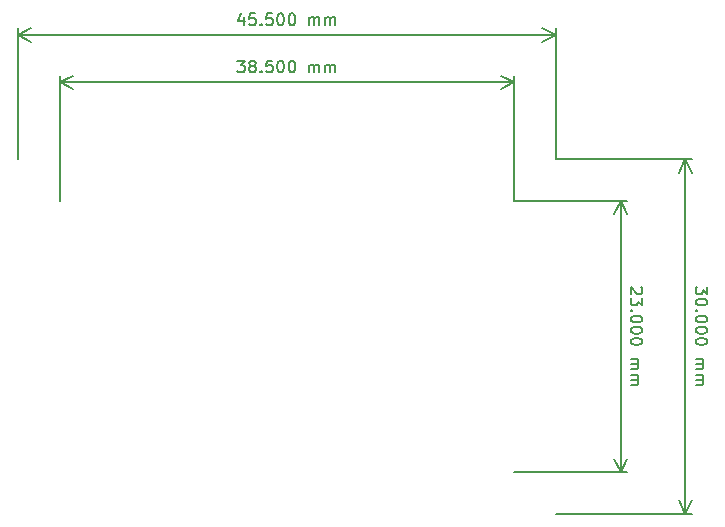
<source format=gbr>
G04 #@! TF.GenerationSoftware,KiCad,Pcbnew,5.1.6-c6e7f7d~87~ubuntu20.04.1*
G04 #@! TF.CreationDate,2020-08-21T13:28:06+01:00*
G04 #@! TF.ProjectId,power_supply,706f7765-725f-4737-9570-706c792e6b69,rev?*
G04 #@! TF.SameCoordinates,Original*
G04 #@! TF.FileFunction,Other,ECO1*
%FSLAX46Y46*%
G04 Gerber Fmt 4.6, Leading zero omitted, Abs format (unit mm)*
G04 Created by KiCad (PCBNEW 5.1.6-c6e7f7d~87~ubuntu20.04.1) date 2020-08-21 13:28:06*
%MOMM*%
%LPD*%
G01*
G04 APERTURE LIST*
%ADD10C,0.150000*%
G04 APERTURE END LIST*
D10*
X211252380Y-122857142D02*
X211300000Y-122904761D01*
X211347619Y-123000000D01*
X211347619Y-123238095D01*
X211300000Y-123333333D01*
X211252380Y-123380952D01*
X211157142Y-123428571D01*
X211061904Y-123428571D01*
X210919047Y-123380952D01*
X210347619Y-122809523D01*
X210347619Y-123428571D01*
X211347619Y-123761904D02*
X211347619Y-124380952D01*
X210966666Y-124047619D01*
X210966666Y-124190476D01*
X210919047Y-124285714D01*
X210871428Y-124333333D01*
X210776190Y-124380952D01*
X210538095Y-124380952D01*
X210442857Y-124333333D01*
X210395238Y-124285714D01*
X210347619Y-124190476D01*
X210347619Y-123904761D01*
X210395238Y-123809523D01*
X210442857Y-123761904D01*
X210442857Y-124809523D02*
X210395238Y-124857142D01*
X210347619Y-124809523D01*
X210395238Y-124761904D01*
X210442857Y-124809523D01*
X210347619Y-124809523D01*
X211347619Y-125476190D02*
X211347619Y-125571428D01*
X211300000Y-125666666D01*
X211252380Y-125714285D01*
X211157142Y-125761904D01*
X210966666Y-125809523D01*
X210728571Y-125809523D01*
X210538095Y-125761904D01*
X210442857Y-125714285D01*
X210395238Y-125666666D01*
X210347619Y-125571428D01*
X210347619Y-125476190D01*
X210395238Y-125380952D01*
X210442857Y-125333333D01*
X210538095Y-125285714D01*
X210728571Y-125238095D01*
X210966666Y-125238095D01*
X211157142Y-125285714D01*
X211252380Y-125333333D01*
X211300000Y-125380952D01*
X211347619Y-125476190D01*
X211347619Y-126428571D02*
X211347619Y-126523809D01*
X211300000Y-126619047D01*
X211252380Y-126666666D01*
X211157142Y-126714285D01*
X210966666Y-126761904D01*
X210728571Y-126761904D01*
X210538095Y-126714285D01*
X210442857Y-126666666D01*
X210395238Y-126619047D01*
X210347619Y-126523809D01*
X210347619Y-126428571D01*
X210395238Y-126333333D01*
X210442857Y-126285714D01*
X210538095Y-126238095D01*
X210728571Y-126190476D01*
X210966666Y-126190476D01*
X211157142Y-126238095D01*
X211252380Y-126285714D01*
X211300000Y-126333333D01*
X211347619Y-126428571D01*
X211347619Y-127380952D02*
X211347619Y-127476190D01*
X211300000Y-127571428D01*
X211252380Y-127619047D01*
X211157142Y-127666666D01*
X210966666Y-127714285D01*
X210728571Y-127714285D01*
X210538095Y-127666666D01*
X210442857Y-127619047D01*
X210395238Y-127571428D01*
X210347619Y-127476190D01*
X210347619Y-127380952D01*
X210395238Y-127285714D01*
X210442857Y-127238095D01*
X210538095Y-127190476D01*
X210728571Y-127142857D01*
X210966666Y-127142857D01*
X211157142Y-127190476D01*
X211252380Y-127238095D01*
X211300000Y-127285714D01*
X211347619Y-127380952D01*
X210347619Y-128904761D02*
X211014285Y-128904761D01*
X210919047Y-128904761D02*
X210966666Y-128952380D01*
X211014285Y-129047619D01*
X211014285Y-129190476D01*
X210966666Y-129285714D01*
X210871428Y-129333333D01*
X210347619Y-129333333D01*
X210871428Y-129333333D02*
X210966666Y-129380952D01*
X211014285Y-129476190D01*
X211014285Y-129619047D01*
X210966666Y-129714285D01*
X210871428Y-129761904D01*
X210347619Y-129761904D01*
X210347619Y-130238095D02*
X211014285Y-130238095D01*
X210919047Y-130238095D02*
X210966666Y-130285714D01*
X211014285Y-130380952D01*
X211014285Y-130523809D01*
X210966666Y-130619047D01*
X210871428Y-130666666D01*
X210347619Y-130666666D01*
X210871428Y-130666666D02*
X210966666Y-130714285D01*
X211014285Y-130809523D01*
X211014285Y-130952380D01*
X210966666Y-131047619D01*
X210871428Y-131095238D01*
X210347619Y-131095238D01*
X209500000Y-115500000D02*
X209500000Y-138500000D01*
X200500000Y-115500000D02*
X210086421Y-115500000D01*
X200500000Y-138500000D02*
X210086421Y-138500000D01*
X209500000Y-138500000D02*
X208913579Y-137373496D01*
X209500000Y-138500000D02*
X210086421Y-137373496D01*
X209500000Y-115500000D02*
X208913579Y-116626504D01*
X209500000Y-115500000D02*
X210086421Y-116626504D01*
X216847619Y-122809523D02*
X216847619Y-123428571D01*
X216466666Y-123095238D01*
X216466666Y-123238095D01*
X216419047Y-123333333D01*
X216371428Y-123380952D01*
X216276190Y-123428571D01*
X216038095Y-123428571D01*
X215942857Y-123380952D01*
X215895238Y-123333333D01*
X215847619Y-123238095D01*
X215847619Y-122952380D01*
X215895238Y-122857142D01*
X215942857Y-122809523D01*
X216847619Y-124047619D02*
X216847619Y-124142857D01*
X216800000Y-124238095D01*
X216752380Y-124285714D01*
X216657142Y-124333333D01*
X216466666Y-124380952D01*
X216228571Y-124380952D01*
X216038095Y-124333333D01*
X215942857Y-124285714D01*
X215895238Y-124238095D01*
X215847619Y-124142857D01*
X215847619Y-124047619D01*
X215895238Y-123952380D01*
X215942857Y-123904761D01*
X216038095Y-123857142D01*
X216228571Y-123809523D01*
X216466666Y-123809523D01*
X216657142Y-123857142D01*
X216752380Y-123904761D01*
X216800000Y-123952380D01*
X216847619Y-124047619D01*
X215942857Y-124809523D02*
X215895238Y-124857142D01*
X215847619Y-124809523D01*
X215895238Y-124761904D01*
X215942857Y-124809523D01*
X215847619Y-124809523D01*
X216847619Y-125476190D02*
X216847619Y-125571428D01*
X216800000Y-125666666D01*
X216752380Y-125714285D01*
X216657142Y-125761904D01*
X216466666Y-125809523D01*
X216228571Y-125809523D01*
X216038095Y-125761904D01*
X215942857Y-125714285D01*
X215895238Y-125666666D01*
X215847619Y-125571428D01*
X215847619Y-125476190D01*
X215895238Y-125380952D01*
X215942857Y-125333333D01*
X216038095Y-125285714D01*
X216228571Y-125238095D01*
X216466666Y-125238095D01*
X216657142Y-125285714D01*
X216752380Y-125333333D01*
X216800000Y-125380952D01*
X216847619Y-125476190D01*
X216847619Y-126428571D02*
X216847619Y-126523809D01*
X216800000Y-126619047D01*
X216752380Y-126666666D01*
X216657142Y-126714285D01*
X216466666Y-126761904D01*
X216228571Y-126761904D01*
X216038095Y-126714285D01*
X215942857Y-126666666D01*
X215895238Y-126619047D01*
X215847619Y-126523809D01*
X215847619Y-126428571D01*
X215895238Y-126333333D01*
X215942857Y-126285714D01*
X216038095Y-126238095D01*
X216228571Y-126190476D01*
X216466666Y-126190476D01*
X216657142Y-126238095D01*
X216752380Y-126285714D01*
X216800000Y-126333333D01*
X216847619Y-126428571D01*
X216847619Y-127380952D02*
X216847619Y-127476190D01*
X216800000Y-127571428D01*
X216752380Y-127619047D01*
X216657142Y-127666666D01*
X216466666Y-127714285D01*
X216228571Y-127714285D01*
X216038095Y-127666666D01*
X215942857Y-127619047D01*
X215895238Y-127571428D01*
X215847619Y-127476190D01*
X215847619Y-127380952D01*
X215895238Y-127285714D01*
X215942857Y-127238095D01*
X216038095Y-127190476D01*
X216228571Y-127142857D01*
X216466666Y-127142857D01*
X216657142Y-127190476D01*
X216752380Y-127238095D01*
X216800000Y-127285714D01*
X216847619Y-127380952D01*
X215847619Y-128904761D02*
X216514285Y-128904761D01*
X216419047Y-128904761D02*
X216466666Y-128952380D01*
X216514285Y-129047619D01*
X216514285Y-129190476D01*
X216466666Y-129285714D01*
X216371428Y-129333333D01*
X215847619Y-129333333D01*
X216371428Y-129333333D02*
X216466666Y-129380952D01*
X216514285Y-129476190D01*
X216514285Y-129619047D01*
X216466666Y-129714285D01*
X216371428Y-129761904D01*
X215847619Y-129761904D01*
X215847619Y-130238095D02*
X216514285Y-130238095D01*
X216419047Y-130238095D02*
X216466666Y-130285714D01*
X216514285Y-130380952D01*
X216514285Y-130523809D01*
X216466666Y-130619047D01*
X216371428Y-130666666D01*
X215847619Y-130666666D01*
X216371428Y-130666666D02*
X216466666Y-130714285D01*
X216514285Y-130809523D01*
X216514285Y-130952380D01*
X216466666Y-131047619D01*
X216371428Y-131095238D01*
X215847619Y-131095238D01*
X215000000Y-112000000D02*
X215000000Y-142000000D01*
X204000000Y-112000000D02*
X215586421Y-112000000D01*
X204000000Y-142000000D02*
X215586421Y-142000000D01*
X215000000Y-142000000D02*
X214413579Y-140873496D01*
X215000000Y-142000000D02*
X215586421Y-140873496D01*
X215000000Y-112000000D02*
X214413579Y-113126504D01*
X215000000Y-112000000D02*
X215586421Y-113126504D01*
X177059523Y-103652380D02*
X177678571Y-103652380D01*
X177345238Y-104033333D01*
X177488095Y-104033333D01*
X177583333Y-104080952D01*
X177630952Y-104128571D01*
X177678571Y-104223809D01*
X177678571Y-104461904D01*
X177630952Y-104557142D01*
X177583333Y-104604761D01*
X177488095Y-104652380D01*
X177202380Y-104652380D01*
X177107142Y-104604761D01*
X177059523Y-104557142D01*
X178250000Y-104080952D02*
X178154761Y-104033333D01*
X178107142Y-103985714D01*
X178059523Y-103890476D01*
X178059523Y-103842857D01*
X178107142Y-103747619D01*
X178154761Y-103700000D01*
X178250000Y-103652380D01*
X178440476Y-103652380D01*
X178535714Y-103700000D01*
X178583333Y-103747619D01*
X178630952Y-103842857D01*
X178630952Y-103890476D01*
X178583333Y-103985714D01*
X178535714Y-104033333D01*
X178440476Y-104080952D01*
X178250000Y-104080952D01*
X178154761Y-104128571D01*
X178107142Y-104176190D01*
X178059523Y-104271428D01*
X178059523Y-104461904D01*
X178107142Y-104557142D01*
X178154761Y-104604761D01*
X178250000Y-104652380D01*
X178440476Y-104652380D01*
X178535714Y-104604761D01*
X178583333Y-104557142D01*
X178630952Y-104461904D01*
X178630952Y-104271428D01*
X178583333Y-104176190D01*
X178535714Y-104128571D01*
X178440476Y-104080952D01*
X179059523Y-104557142D02*
X179107142Y-104604761D01*
X179059523Y-104652380D01*
X179011904Y-104604761D01*
X179059523Y-104557142D01*
X179059523Y-104652380D01*
X180011904Y-103652380D02*
X179535714Y-103652380D01*
X179488095Y-104128571D01*
X179535714Y-104080952D01*
X179630952Y-104033333D01*
X179869047Y-104033333D01*
X179964285Y-104080952D01*
X180011904Y-104128571D01*
X180059523Y-104223809D01*
X180059523Y-104461904D01*
X180011904Y-104557142D01*
X179964285Y-104604761D01*
X179869047Y-104652380D01*
X179630952Y-104652380D01*
X179535714Y-104604761D01*
X179488095Y-104557142D01*
X180678571Y-103652380D02*
X180773809Y-103652380D01*
X180869047Y-103700000D01*
X180916666Y-103747619D01*
X180964285Y-103842857D01*
X181011904Y-104033333D01*
X181011904Y-104271428D01*
X180964285Y-104461904D01*
X180916666Y-104557142D01*
X180869047Y-104604761D01*
X180773809Y-104652380D01*
X180678571Y-104652380D01*
X180583333Y-104604761D01*
X180535714Y-104557142D01*
X180488095Y-104461904D01*
X180440476Y-104271428D01*
X180440476Y-104033333D01*
X180488095Y-103842857D01*
X180535714Y-103747619D01*
X180583333Y-103700000D01*
X180678571Y-103652380D01*
X181630952Y-103652380D02*
X181726190Y-103652380D01*
X181821428Y-103700000D01*
X181869047Y-103747619D01*
X181916666Y-103842857D01*
X181964285Y-104033333D01*
X181964285Y-104271428D01*
X181916666Y-104461904D01*
X181869047Y-104557142D01*
X181821428Y-104604761D01*
X181726190Y-104652380D01*
X181630952Y-104652380D01*
X181535714Y-104604761D01*
X181488095Y-104557142D01*
X181440476Y-104461904D01*
X181392857Y-104271428D01*
X181392857Y-104033333D01*
X181440476Y-103842857D01*
X181488095Y-103747619D01*
X181535714Y-103700000D01*
X181630952Y-103652380D01*
X183154761Y-104652380D02*
X183154761Y-103985714D01*
X183154761Y-104080952D02*
X183202380Y-104033333D01*
X183297619Y-103985714D01*
X183440476Y-103985714D01*
X183535714Y-104033333D01*
X183583333Y-104128571D01*
X183583333Y-104652380D01*
X183583333Y-104128571D02*
X183630952Y-104033333D01*
X183726190Y-103985714D01*
X183869047Y-103985714D01*
X183964285Y-104033333D01*
X184011904Y-104128571D01*
X184011904Y-104652380D01*
X184488095Y-104652380D02*
X184488095Y-103985714D01*
X184488095Y-104080952D02*
X184535714Y-104033333D01*
X184630952Y-103985714D01*
X184773809Y-103985714D01*
X184869047Y-104033333D01*
X184916666Y-104128571D01*
X184916666Y-104652380D01*
X184916666Y-104128571D02*
X184964285Y-104033333D01*
X185059523Y-103985714D01*
X185202380Y-103985714D01*
X185297619Y-104033333D01*
X185345238Y-104128571D01*
X185345238Y-104652380D01*
X162000000Y-105500000D02*
X200500000Y-105500000D01*
X162000000Y-115500000D02*
X162000000Y-104913579D01*
X200500000Y-115500000D02*
X200500000Y-104913579D01*
X200500000Y-105500000D02*
X199373496Y-106086421D01*
X200500000Y-105500000D02*
X199373496Y-104913579D01*
X162000000Y-105500000D02*
X163126504Y-106086421D01*
X162000000Y-105500000D02*
X163126504Y-104913579D01*
X177583333Y-99985714D02*
X177583333Y-100652380D01*
X177345238Y-99604761D02*
X177107142Y-100319047D01*
X177726190Y-100319047D01*
X178583333Y-99652380D02*
X178107142Y-99652380D01*
X178059523Y-100128571D01*
X178107142Y-100080952D01*
X178202380Y-100033333D01*
X178440476Y-100033333D01*
X178535714Y-100080952D01*
X178583333Y-100128571D01*
X178630952Y-100223809D01*
X178630952Y-100461904D01*
X178583333Y-100557142D01*
X178535714Y-100604761D01*
X178440476Y-100652380D01*
X178202380Y-100652380D01*
X178107142Y-100604761D01*
X178059523Y-100557142D01*
X179059523Y-100557142D02*
X179107142Y-100604761D01*
X179059523Y-100652380D01*
X179011904Y-100604761D01*
X179059523Y-100557142D01*
X179059523Y-100652380D01*
X180011904Y-99652380D02*
X179535714Y-99652380D01*
X179488095Y-100128571D01*
X179535714Y-100080952D01*
X179630952Y-100033333D01*
X179869047Y-100033333D01*
X179964285Y-100080952D01*
X180011904Y-100128571D01*
X180059523Y-100223809D01*
X180059523Y-100461904D01*
X180011904Y-100557142D01*
X179964285Y-100604761D01*
X179869047Y-100652380D01*
X179630952Y-100652380D01*
X179535714Y-100604761D01*
X179488095Y-100557142D01*
X180678571Y-99652380D02*
X180773809Y-99652380D01*
X180869047Y-99700000D01*
X180916666Y-99747619D01*
X180964285Y-99842857D01*
X181011904Y-100033333D01*
X181011904Y-100271428D01*
X180964285Y-100461904D01*
X180916666Y-100557142D01*
X180869047Y-100604761D01*
X180773809Y-100652380D01*
X180678571Y-100652380D01*
X180583333Y-100604761D01*
X180535714Y-100557142D01*
X180488095Y-100461904D01*
X180440476Y-100271428D01*
X180440476Y-100033333D01*
X180488095Y-99842857D01*
X180535714Y-99747619D01*
X180583333Y-99700000D01*
X180678571Y-99652380D01*
X181630952Y-99652380D02*
X181726190Y-99652380D01*
X181821428Y-99700000D01*
X181869047Y-99747619D01*
X181916666Y-99842857D01*
X181964285Y-100033333D01*
X181964285Y-100271428D01*
X181916666Y-100461904D01*
X181869047Y-100557142D01*
X181821428Y-100604761D01*
X181726190Y-100652380D01*
X181630952Y-100652380D01*
X181535714Y-100604761D01*
X181488095Y-100557142D01*
X181440476Y-100461904D01*
X181392857Y-100271428D01*
X181392857Y-100033333D01*
X181440476Y-99842857D01*
X181488095Y-99747619D01*
X181535714Y-99700000D01*
X181630952Y-99652380D01*
X183154761Y-100652380D02*
X183154761Y-99985714D01*
X183154761Y-100080952D02*
X183202380Y-100033333D01*
X183297619Y-99985714D01*
X183440476Y-99985714D01*
X183535714Y-100033333D01*
X183583333Y-100128571D01*
X183583333Y-100652380D01*
X183583333Y-100128571D02*
X183630952Y-100033333D01*
X183726190Y-99985714D01*
X183869047Y-99985714D01*
X183964285Y-100033333D01*
X184011904Y-100128571D01*
X184011904Y-100652380D01*
X184488095Y-100652380D02*
X184488095Y-99985714D01*
X184488095Y-100080952D02*
X184535714Y-100033333D01*
X184630952Y-99985714D01*
X184773809Y-99985714D01*
X184869047Y-100033333D01*
X184916666Y-100128571D01*
X184916666Y-100652380D01*
X184916666Y-100128571D02*
X184964285Y-100033333D01*
X185059523Y-99985714D01*
X185202380Y-99985714D01*
X185297619Y-100033333D01*
X185345238Y-100128571D01*
X185345238Y-100652380D01*
X158500000Y-101500000D02*
X204000000Y-101500000D01*
X158500000Y-112000000D02*
X158500000Y-100913579D01*
X204000000Y-112000000D02*
X204000000Y-100913579D01*
X204000000Y-101500000D02*
X202873496Y-102086421D01*
X204000000Y-101500000D02*
X202873496Y-100913579D01*
X158500000Y-101500000D02*
X159626504Y-102086421D01*
X158500000Y-101500000D02*
X159626504Y-100913579D01*
M02*

</source>
